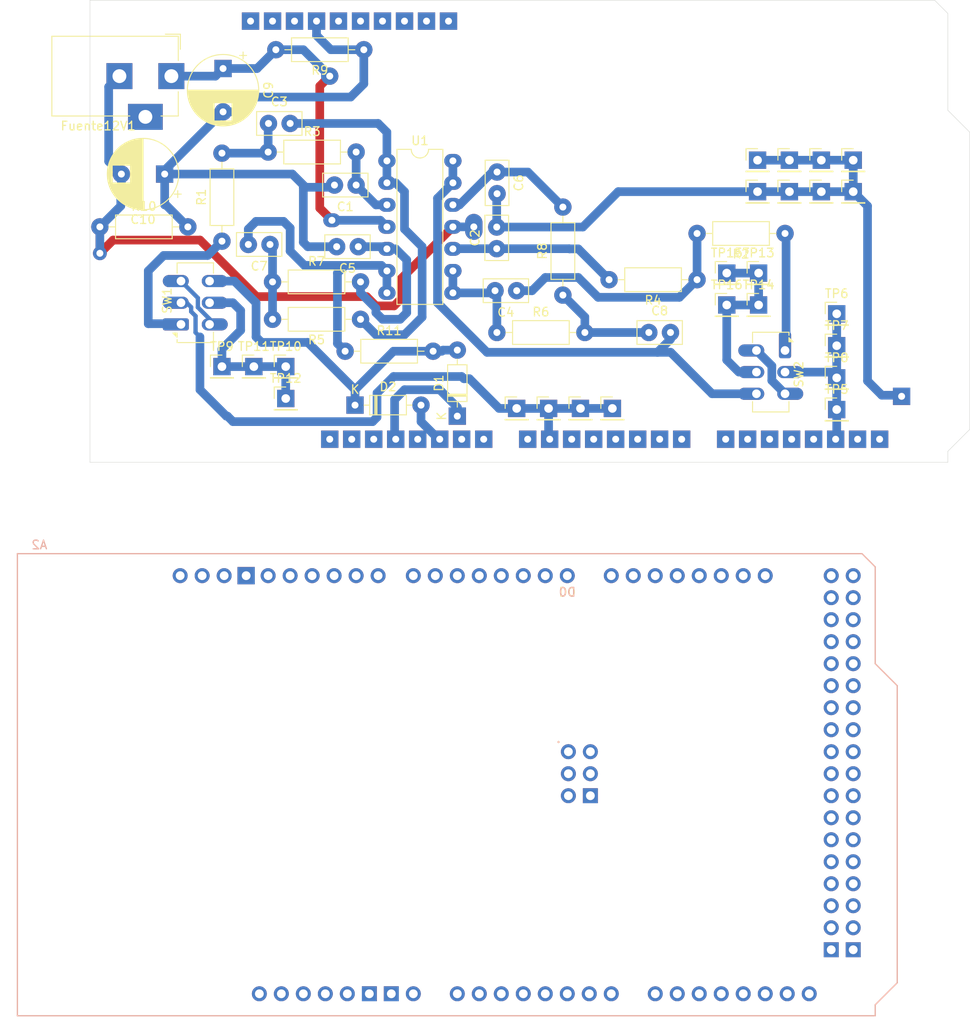
<source format=kicad_pcb>
(kicad_pcb (version 20240108) (generator "pcbnew") (generator_version "8.0")
  (layers (0 "F.Cu" signal) (31 "B.Cu" signal) (34 "B.Paste" user) (35 "F.Paste" user) (36 "B.SilkS" user "B.Silkscreen") (37 "F.SilkS" user "F.Silkscreen") (38 "B.Mask" user) (39 "F.Mask" user) (44 "Edge.Cuts" user))
  (net 0 "")
  (net 1 "/A1")
  (net 2 "GND")
  (net 3 "/A1Filt")
  (net 4 "/DAC1")
  (net 6 "Net-(U1A-+)")
  (net 7 "Net-(U1C-+)")
  (net 8 "Net-(C3-Pad1)")
  (net 9 "Net-(U1A--)")
  (net 10 "Net-(U1C--)")
  (net 11 "Net-(C4-Pad1)")
  (net 12 "Net-(U1B-+)")
  (net 13 "Net-(U1D-+)")
  (net 14 "Net-(C7-Pad1)")
  (net 16 "Net-(SW2B-A)")
  (net 17 "Net-(C8-Pad1)")
  (net 19 "Net-(SW1A-A)")
  (net 20 "Net-(SW2A-A)")
  (net 21 "Net-(SW1A-C)")
  (net 22 "Net-(SW2A-C)")
  (net 25 "3V3")
  (net 103 "Net-(U1B--)")
  (net 104 "Net-(U1E-V+)")
  (net 105 "Net-(U1E-V-)")
  (net 106 "Net-(D1-A)")
  (net 107 "/DAC1Filt")
  (footprint "" (layer "F.Cu") (at 125.476 67.691)
    (property "Reference" "")
    (property "Value" "")
  )
  (footprint "PCM_arduino-library:Arduino_Due_Shield" (layer "F.Cu") (at 89.408 176.149)
    (property "Reference" "A2")
    (property "Value" "Arduino_Due_Shield")
  )
  (footprint "Connector_PinHeader_2.54mm:PinHeader_1x01_P2.54mm_Vertical" (layer "F.Cu") (at 185.928 77.392)
    (property "Reference" "TP23" (hide yes))
    (property "Value" "TestPoint" (hide yes))
  )
  (footprint "" (layer "F.Cu") (at 135.636 109.601)
    (property "Reference" "")
    (property "Value" "")
  )
  (footprint "Connector_PinHeader_2.54mm:PinHeader_1x01_P2.54mm_Vertical" (layer "F.Cu") (at 116.713 101.219)
    (property "Reference" "TP11")
    (property "Value" "TestPoint")
  )
  (footprint "" (layer "F.Cu") (at 191.516 104.648)
    (property "Reference" "")
    (property "Value" "")
  )
  (footprint "Button_Switch_THT:SW_CK_JS202011CQN_DPDT_Straight" (layer "F.Cu") (at 108.2995 96.3465 90)
    (property "Reference" "SW1")
    (property "Value" "SW_DPDT_x2")
  )
  (footprint "" (layer "F.Cu") (at 176.276 109.601)
    (property "Reference" "")
    (property "Value" "")
  )
  (footprint "" (layer "F.Cu") (at 130.556 109.601)
    (property "Reference" "")
    (property "Value" "")
  )
  (footprint "" (layer "F.Cu") (at 163.576 109.601)
    (property "Reference" "")
    (property "Value" "")
  )
  (footprint "" (layer "F.Cu") (at 153.416 109.601)
    (property "Reference" "")
    (property "Value" "")
  )
  (footprint "" (layer "F.Cu") (at 138.176 109.601)
    (property "Reference" "")
    (property "Value" "")
  )
  (footprint "Connector_PinHeader_2.54mm:PinHeader_1x01_P2.54mm_Vertical" (layer "F.Cu") (at 184.023 102.518)
    (property "Reference" "TP8")
    (property "Value" "TestPoint")
  )
  (footprint "Connector_PinHeader_2.54mm:PinHeader_1x01_P2.54mm_Vertical" (layer "F.Cu") (at 175.006 94.107)
    (property "Reference" "TP14")
    (property "Value" "TestPoint")
  )
  (footprint "" (layer "F.Cu") (at 171.196 109.601)
    (property "Reference" "")
    (property "Value" "")
  )
  (footprint "Connector_PinHeader_2.54mm:PinHeader_1x01_P2.54mm_Vertical" (layer "F.Cu") (at 185.928 81.026)
    (property "Reference" "TP24" (hide yes))
    (property "Value" "TestPoint" (hide yes))
  )
  (footprint "Capacitor_THT:C_Disc_D5.0mm_W2.5mm_P2.50mm" (layer "F.Cu") (at 162.326 97.282)
    (property "Reference" "C8")
    (property "Value" "1n")
  )
  (footprint "Resistor_THT:R_Axial_DIN0207_L6.3mm_D2.5mm_P10.16mm_Horizontal" (layer "F.Cu") (at 144.78 97.282)
    (property "Reference" "R6")
    (property "Value" "16k")
  )
  (footprint "Connector_PinHeader_2.54mm:PinHeader_1x01_P2.54mm_Vertical" (layer "F.Cu") (at 184.023 106.172)
    (property "Reference" "TP5")
    (property "Value" "TestPoint" (hide yes))
  )
  (footprint "" (layer "F.Cu") (at 125.476 109.601)
    (property "Reference" "")
    (property "Value" "")
  )
  (footprint "" (layer "F.Cu") (at 140.716 109.601)
    (property "Reference" "")
    (property "Value" "")
  )
  (footprint "Capacitor_THT:CP_Radial_D8.0mm_P5.00mm" (layer "F.Cu") (at 113.157 66.812349 -90)
    (property "Reference" "C9")
    (property "Value" "C_Polarized")
  )
  (footprint "Connector_PinHeader_2.54mm:PinHeader_1x01_P2.54mm_Vertical" (layer "F.Cu") (at 174.879 77.392)
    (property "Reference" "TP17" (hide yes))
    (property "Value" "TestPoint" (hide yes))
  )
  (footprint "Connector_PinHeader_2.54mm:PinHeader_1x01_P2.54mm_Vertical" (layer "F.Cu") (at 174.879 81.026)
    (property "Reference" "TP18" (hide yes))
    (property "Value" "TestPoint" (hide yes))
  )
  (footprint "Connector_PinHeader_2.54mm:PinHeader_1x01_P2.54mm_Vertical" (layer "F.Cu") (at 184.023 95.123)
    (property "Reference" "TP6")
    (property "Value" "TestPoint" (hide yes))
  )
  (footprint "Connector_PinHeader_2.54mm:PinHeader_1x01_P2.54mm_Vertical" (layer "F.Cu") (at 184.023 98.806)
    (property "Reference" "TP7")
    (property "Value" "TestPoint")
  )
  (footprint "" (layer "F.Cu") (at 139.192 61.341)
    (property "Reference" "")
    (property "Value" "")
  )
  (footprint "Connector_PinHeader_2.54mm:PinHeader_1x01_P2.54mm_Vertical" (layer "F.Cu") (at 171.323 94.107)
    (property "Reference" "TP16")
    (property "Value" "TestPoint")
  )
  (footprint "Connector_PinHeader_2.54mm:PinHeader_1x01_P2.54mm_Vertical" (layer "F.Cu") (at 178.562 77.392)
    (property "Reference" "TP19" (hide yes))
    (property "Value" "TestPoint" (hide yes))
  )
  (footprint "" (layer "F.Cu") (at 143.256 109.601)
    (property "Reference" "")
    (property "Value" "")
  )
  (footprint "" (layer "F.Cu") (at 126.492 61.341)
    (property "Reference" "")
    (property "Value" "")
  )
  (footprint "" (layer "F.Cu") (at 155.956 109.601)
    (property "Reference" "")
    (property "Value" "")
  )
  (footprint "Connector_PinHeader_2.54mm:PinHeader_1x01_P2.54mm_Vertical" (layer "F.Cu") (at 178.562 81.026)
    (property "Reference" "TP20" (hide yes))
    (property "Value" "TestPoint" (hide yes))
  )
  (footprint "" (layer "F.Cu") (at 148.336 109.601)
    (property "Reference" "")
    (property "Value" "")
  )
  (footprint "Capacitor_THT:CP_Radial_D8.0mm_P5.00mm" (layer "F.Cu") (at 106.415651 78.994 180)
    (property "Reference" "C10")
    (property "Value" "C_Polarized")
  )
  (footprint "Resistor_THT:R_Axial_DIN0207_L6.3mm_D2.5mm_P10.16mm_Horizontal" (layer "F.Cu") (at 178.054 85.852 180)
    (property "Reference" "R2")
    (property "Value" "47k")
  )
  (footprint "" (layer "F.Cu") (at 181.356 109.601)
    (property "Reference" "")
    (property "Value" "")
  )
  (footprint "Resistor_THT:R_Axial_DIN0207_L6.3mm_D2.5mm_P10.16mm_Horizontal" (layer "F.Cu") (at 98.933 85.09)
    (property "Reference" "R10")
    (property "Value" "10K")
  )
  (footprint "Capacitor_THT:C_Disc_D5.0mm_W2.5mm_P2.50mm" (layer "F.Cu") (at 128.524 80.264 180)
    (property "Reference" "C1")
    (property "Value" "100p")
  )
  (footprint "Connector_PinHeader_2.54mm:PinHeader_1x01_P2.54mm_Vertical" (layer "F.Cu") (at 158.115 106.045)
    (property "Reference" "TP4" (hide yes))
    (property "Value" "TestPoint" (hide yes))
  )
  (footprint "Capacitor_THT:C_Disc_D5.0mm_W2.5mm_P2.50mm" (layer "F.Cu") (at 118.404 73.152)
    (property "Reference" "C3")
    (property "Value" "1n")
  )
  (footprint "" (layer "F.Cu") (at 134.112 61.341)
    (property "Reference" "")
    (property "Value" "")
  )
  (footprint "" (layer "F.Cu") (at 136.652 61.341)
    (property "Reference" "")
    (property "Value" "")
  )
  (footprint "" (layer "F.Cu") (at 123.952 61.341)
    (property "Reference" "")
    (property "Value" "")
  )
  (footprint "" (layer "F.Cu") (at 183.896 109.601)
    (property "Reference" "")
    (property "Value" "")
  )
  (footprint "Button_Switch_THT:SW_CK_JS202011CQN_DPDT_Straight" (layer "F.Cu") (at 178.053 99.354 -90)
    (property "Reference" "SW2")
    (property "Value" "SW_DPDT_x2")
  )
  (footprint "" (layer "F.Cu") (at 118.872 61.341)
    (property "Reference" "")
    (property "Value" "")
  )
  (footprint "Resistor_THT:R_Axial_DIN0207_L6.3mm_D2.5mm_P10.16mm_Horizontal" (layer "F.Cu") (at 127.254 99.441)
    (property "Reference" "R11")
    (property "Value" "470")
  )
  (footprint "" (layer "F.Cu") (at 178.816 109.601)
    (property "Reference" "")
    (property "Value" "")
  )
  (footprint "" (layer "F.Cu") (at 116.332 61.341)
    (property "Reference" "")
    (property "Value" "")
  )
  (footprint "Connector_PinHeader_2.54mm:PinHeader_1x01_P2.54mm_Vertical" (layer "F.Cu") (at 147.066 106.045)
    (property "Reference" "TP1" (hide yes))
    (property "Value" "TestPoint" (hide yes))
  )
  (footprint "Diode_THT:D_DO-35_SOD27_P7.62mm_Horizontal" (layer "F.Cu") (at 128.397 105.664)
    (property "Reference" "D2")
    (property "Value" "BAT85")
  )
  (footprint "" (layer "F.Cu") (at 150.876 109.601)
    (property "Reference" "")
    (property "Value" "")
  )
  (footprint "Capacitor_THT:C_Disc_D5.0mm_W2.5mm_P2.50mm" (layer "F.Cu") (at 128.778 87.376 180)
    (property "Reference" "C5")
    (property "Value" "680p")
  )
  (footprint "Connector_PinHeader_2.54mm:PinHeader_1x01_P2.54mm_Vertical" (layer "F.Cu") (at 182.245 77.392)
    (property "Reference" "TP21" (hide yes))
    (property "Value" "TestPoint" (hide yes))
  )
  (footprint "Resistor_THT:R_Axial_DIN0207_L6.3mm_D2.5mm_P10.16mm_Horizontal" (layer "F.Cu") (at 118.872 91.44)
    (property "Reference" "R7")
    (property "Value" "6.2k")
  )
  (footprint "" (layer "F.Cu") (at 186.436 109.601)
    (property "Reference" "")
    (property "Value" "")
  )
  (footprint "Connector_PinHeader_2.54mm:PinHeader_1x01_P2.54mm_Vertical" (layer "F.Cu") (at 154.432 106.045)
    (property "Reference" "TP2" (hide yes))
    (property "Value" "TestPoint" (hide yes))
  )
  (footprint "" (layer "F.Cu") (at 98.933 88.138)
    (property "Reference" "")
    (property "Value" "")
  )
  (footprint "Connector_BarrelJack:BarrelJack_CUI_PJ-102AH_Horizontal" (layer "F.Cu") (at 107.188 67.691 -90)
    (property "Reference" "Fuente12V1")
    (property "Value" "Barrel_Jack_MountingPin")
  )
  (footprint "Resistor_THT:R_Axial_DIN0207_L6.3mm_D2.5mm_P10.16mm_Horizontal" (layer "F.Cu") (at 129.032 95.758 180)
    (property "Reference" "R5")
    (property "Value" "16k")
  )
  (footprint "Connector_PinHeader_2.54mm:PinHeader_1x01_P2.54mm_Vertical" (layer "F.Cu") (at 120.396 104.902)
    (property "Reference" "TP12")
    (property "Value" "TestPoint")
  )
  (footprint "Resistor_THT:R_Axial_DIN0207_L6.3mm_D2.5mm_P10.16mm_Horizontal" (layer "F.Cu") (at 118.364 76.454)
    (property "Reference" "R3")
    (property "Value" "13k")
  )
  (footprint "Connector_PinHeader_2.54mm:PinHeader_1x01_P2.54mm_Vertical" (layer "F.Cu") (at 120.396 101.219)
    (property "Reference" "TP10")
    (property "Value" "TestPoint")
  )
  (footprint "" (layer "F.Cu") (at 158.496 109.601)
    (property "Reference" "")
    (property "Value" "")
  )
  (footprint "" (layer "F.Cu") (at 133.096 109.601)
    (property "Reference" "")
    (property "Value" "")
  )
  (footprint "" (layer "F.Cu") (at 161.036 109.601)
    (property "Reference" "")
    (property "Value" "")
  )
  (footprint "Resistor_THT:R_Axial_DIN0207_L6.3mm_D2.5mm_P10.16mm_Horizontal" (layer "F.Cu") (at 167.894 91.186 180)
    (property "Reference" "R4")
    (property "Value" "13k")
  )
  (footprint "Capacitor_THT:C_Disc_D5.0mm_W2.5mm_P2.50mm" (layer "F.Cu") (at 144.8 78.76 -90)
    (property "Reference" "C6")
    (property "Value" "680p")
  )
  (footprint "" (layer "F.Cu") (at 131.572 61.341)
    (property "Reference" "")
    (property "Value" "")
  )
  (footprint "" (layer "F.Cu") (at 142.113 85.09)
    (property "Reference" "")
    (property "Value" "")
  )
  (footprint "Connector_PinHeader_2.54mm:PinHeader_1x01_P2.54mm_Vertical" (layer "F.Cu") (at 150.749 106.045)
    (property "Reference" "TP3" (hide yes))
    (property "Value" "TestPoint" (hide yes))
  )
  (footprint "" (layer "F.Cu") (at 173.736 109.601)
    (property "Reference" "")
    (property "Value" "")
  )
  (footprint "Resistor_THT:R_Axial_DIN0207_L6.3mm_D2.5mm_P10.16mm_Horizontal" (layer "F.Cu") (at 113.03 86.741 90)
    (property "Reference" "R1")
    (property "Value" "47k")
  )
  (footprint "Diode_THT:D_DO-35_SOD27_P7.62mm_Horizontal" (layer "F.Cu") (at 140.208 106.934 90)
    (property "Reference" "D1")
    (property "Value" "BAT85")
  )
  (footprint "Connector_PinHeader_2.54mm:PinHeader_1x01_P2.54mm_Vertical" (layer "F.Cu") (at 182.245 81.026)
    (property "Reference" "TP22" (hide yes))
    (property "Value" "TestPoint" (hide yes))
  )
  (footprint "Resistor_THT:R_Axial_DIN0207_L6.3mm_D2.5mm_P10.16mm_Horizontal" (layer "F.Cu") (at 152.4 92.964 90)
    (property "Reference" "R8")
    (property "Value" "6.2k")
  )
  (footprint "" (layer "F.Cu") (at 166.116 109.601)
    (property "Reference" "")
    (property "Value" "")
  )
  (footprint "Capacitor_THT:C_Disc_D5.0mm_W2.5mm_P2.50mm" (layer "F.Cu") (at 147.066 92.456 180)
    (property "Reference" "C4")
    (property "Value" "1n")
  )
  (footprint "Capacitor_THT:C_Disc_D5.0mm_W2.5mm_P2.50mm" (layer "F.Cu") (at 144.76 87.61 90)
    (property "Reference" "C2")
    (property "Value" "100p")
  )
  (footprint "Resistor_THT:R_Axial_DIN0207_L6.3mm_D2.5mm_P10.16mm_Horizontal" (layer "F.Cu") (at 129.413 64.643 180)
    (property "Reference" "R9")
    (property "Value" "10k")
  )
  (footprint "" (layer "F.Cu") (at 128.016 109.601)
    (property "Reference" "")
    (property "Value" "")
  )
  (footprint "" (layer "F.Cu") (at 188.976 109.601)
    (property "Reference" "")
    (property "Value" "")
  )
  (footprint "Package_DIP:DIP-14_W7.62mm" (layer "F.Cu") (at 132.08 77.47)
    (property "Reference" "U1")
    (property "Value" "Opamp_Quad")
  )
  (footprint "" (layer "F.Cu") (at 125.73 84.328)
    (property "Reference" "")
    (property "Value" "")
  )
  (footprint "Connector_PinHeader_2.54mm:PinHeader_1x01_P2.54mm_Vertical" (layer "F.Cu") (at 175.006 90.424)
    (property "Reference" "TP13")
    (property "Value" "TestPoint")
  )
  (footprint "Connector_PinHeader_2.54mm:PinHeader_1x01_P2.54mm_Vertical" (layer "F.Cu") (at 171.323 90.424)
    (property "Reference" "TP15")
    (property "Value" "TestPoint")
  )
  (footprint "" (layer "F.Cu") (at 121.412 61.341)
    (property "Reference" "")
    (property "Value" "")
  )
  (footprint "Capacitor_THT:C_Disc_D5.0mm_W2.5mm_P2.50mm" (layer "F.Cu") (at 118.578 87.122 180)
    (property "Reference" "C7")
    (property "Value" "1n")
  )
  (footprint "Connector_PinHeader_2.54mm:PinHeader_1x01_P2.54mm_Vertical" (layer "F.Cu") (at 113.03 101.219)
    (property "Reference" "TP9")
    (property "Value" "TestPoint")
  )
  (footprint "" (layer "F.Cu") (at 129.032 61.341)
    (property "Reference" "")
    (property "Value" "")
  )
  (gr_line (start 196.85 110.998) (end 196.85 112.268) (stroke (width 0.05)) (layer "Edge.Cuts"))
  (gr_line (start 196.85 112.268) (end 97.79 112.268) (stroke (width 0.05)) (layer "Edge.Cuts"))
  (gr_line (start 196.85 71.628) (end 199.39 74.168) (stroke (width 0.05)) (layer "Edge.Cuts"))
  (gr_line (start 199.39 108.458) (end 196.85 110.998) (stroke (width 0.05)) (layer "Edge.Cuts"))
  (gr_line (start 199.39 74.168) (end 199.39 108.458) (stroke (width 0.05)) (layer "Edge.Cuts"))
  (gr_line (start 97.79 58.928) (end 195.326 58.928) (stroke (width 0.05)) (layer "Edge.Cuts"))
  (gr_line (start 97.79 112.268) (end 97.79 58.928) (stroke (width 0.05)) (layer "Edge.Cuts"))
  (gr_line (start 195.326 58.928) (end 196.85 60.452) (stroke (width 0.05)) (layer "Edge.Cuts"))
  (gr_line (start 196.85 60.452) (end 196.85 71.628) (stroke (width 0.05)) (layer "Edge.Cuts"))
  (segment (start 108.9595 93.8465) (end 109.474 94.361) (width 0.5) (layer "B.Cu") (net 1))
  (segment (start 132.842 102.362) (end 140.716 102.362) (width 1) (layer "B.Cu") (net 1))
  (segment (start 110.49 103.886) (end 113.538 106.934) (width 1) (layer "B.Cu") (net 1))
  (segment (start 108.2995 93.8465) (end 108.9595 93.8465) (width 0.5) (layer "B.Cu") (net 1))
  (segment (start 109.982 95.377) (end 109.982 97.282) (width 0.5) (layer "B.Cu") (net 1))
  (segment (start 150.749 106.045) (end 147.066 106.045) (width 1) (layer "B.Cu") (net 1))
  (segment (start 150.749 109.601) (end 150.749 106.68) (width 1) (layer "B.Cu") (net 1))
  (segment (start 145.034 106.045) (end 147.066 106.045) (width 1) (layer "B.Cu") (net 1))
  (segment (start 140.97 102.616) (end 141.605 102.616) (width 1) (layer "B.Cu") (net 1))
  (segment (start 140.716 102.362) (end 140.97 102.616) (width 1) (layer "B.Cu") (net 1))
  (segment (start 113.538 106.934) (end 113.665 106.934) (width 1) (layer "B.Cu") (net 1))
  (segment (start 113.665 106.934) (end 114.3 107.569) (width 1) (layer "B.Cu") (net 1))
  (segment (start 109.474 94.869) (end 109.982 95.377) (width 0.5) (layer "B.Cu") (net 1))
  (segment (start 130.937 107.061) (end 130.937 104.267) (width 1) (layer "B.Cu") (net 1))
  (segment (start 154.432 106.045) (end 150.749 106.045) (width 1) (layer "B.Cu") (net 1))
  (segment (start 154.432 106.045) (end 158.115 106.045) (width 1) (layer "B.Cu") (net 1))
  (segment (start 130.429 107.569) (end 130.937 107.061) (width 1) (layer "B.Cu") (net 1))
  (segment (start 109.982 97.282) (end 110.49 97.79) (width 0.5) (layer "B.Cu") (net 1))
  (segment (start 109.474 94.361) (end 109.474 94.869) (width 0.5) (layer "B.Cu") (net 1))
  (segment (start 114.3 107.569) (end 130.429 107.569) (width 1) (layer "B.Cu") (net 1))
  (segment (start 130.937 104.267) (end 132.842 102.362) (width 1) (layer "B.Cu") (net 1))
  (segment (start 110.49 97.79) (end 110.49 103.886) (width 1) (layer "B.Cu") (net 1))
  (segment (start 141.605 102.616) (end 145.034 106.045) (width 1) (layer "B.Cu") (net 1))
  (segment (start 189.23 104.521) (end 191.389 104.521) (width 1) (layer "B.Cu") (net 2))
  (segment (start 185.928 81.026) (end 187.579 82.677) (width 1) (layer "B.Cu") (net 2))
  (segment (start 178.562 81.026) (end 174.879 81.026) (width 1) (layer "B.Cu") (net 2))
  (segment (start 185.928 81.026) (end 185.674 81.28) (width 1) (layer "B.Cu") (net 2))
  (segment (start 182.245 77.392) (end 178.562 77.392) (width 1) (layer "B.Cu") (net 2))
  (segment (start 187.579 82.677) (end 187.579 102.87) (width 1) (layer "B.Cu") (net 2))
  (segment (start 123.952 62.992) (end 123.952 61.341) (width 1) (layer "B.Cu") (net 2))
  (segment (start 122.682 80.518) (end 121.158 78.994) (width 1) (layer "B.Cu") (net 2))
  (segment (start 182.245 81.026) (end 178.562 81.026) (width 1) (layer "B.Cu") (net 2))
  (segment (start 136.017 105.664) (end 136.017 107.569) (width 1) (layer "B.Cu") (net 2))
  (segment (start 136.017 107.569) (end 138.049 109.601) (width 1) (layer "B.Cu") (net 2))
  (segment (start 109.093 85.09) (end 106.553 82.55) (width 1) (layer "B.Cu") (net 2))
  (segment (start 113.157 71.812349) (end 114.623651 71.812349) (width 1) (layer "B.Cu") (net 2))
  (segment (start 125.73 80.264) (end 126.024 80.264) (width 1) (layer "B.Cu") (net 2))
  (segment (start 144.76 81.3) (end 144.8 81.26) (width 1) (layer "B.Cu") (net 2))
  (segment (start 126.278 87.376) (end 122.936 87.376) (width 1) (layer "B.Cu") (net 2))
  (segment (start 185.928 77.392) (end 182.245 77.392) (width 1) (layer "B.Cu") (net 2))
  (segment (start 175.133 81.28) (end 174.879 81.026) (width 1) (layer "B.Cu") (net 2))
  (segment (start 106.415651 82.539651) (end 106.415651 78.994) (width 1) (layer "B.Cu") (net 2))
  (segment (start 122.428 86.868) (end 122.428 80.518) (width 1) (layer "B.Cu") (net 2))
  (segment (start 122.682 80.518) (end 122.428 80.518) (width 1) (layer "B.Cu") (net 2))
  (segment (start 158.79 81.026) (end 154.706 85.11) (width 1) (layer "B.Cu") (net 2))
  (segment (start 129.413 68.58) (end 129.413 64.643) (width 1) (layer "B.Cu") (net 2))
  (segment (start 174.879 81.026) (end 158.79 81.026) (width 1) (layer "B.Cu") (net 2))
  (segment (start 121.158 78.994) (end 106.415651 78.994) (width 1) (layer "B.Cu") (net 2))
  (segment (start 125.77 80.518) (end 122.682 80.518) (width 1) (layer "B.Cu") (net 2))
  (segment (start 127.889 70.104) (end 129.413 68.58) (width 1) (layer "B.Cu") (net 2))
  (segment (start 122.936 87.376) (end 122.428 86.868) (width 1) (layer "B.Cu") (net 2))
  (segment (start 154.706 85.11) (end 144.76 85.11) (width 1) (layer "B.Cu") (net 2))
  (segment (start 185.928 81.026) (end 185.928 77.392) (width 1) (layer "B.Cu") (net 2))
  (segment (start 125.603 64.643) (end 123.952 62.992) (width 1) (layer "B.Cu") (net 2))
  (segment (start 106.415651 78.553698) (end 113.157 71.812349) (width 1) (layer "B.Cu") (net 2))
  (segment (start 144.76 85.11) (end 144.76 81.3) (width 1) (layer "B.Cu") (net 2))
  (segment (start 187.579 102.87) (end 189.23 104.521) (width 1) (layer "B.Cu") (net 2))
  (segment (start 116.332 70.104) (end 127.889 70.104) (width 1) (layer "B.Cu") (net 2))
  (segment (start 126.024 80.264) (end 125.77 80.518) (width 1) (layer "B.Cu") (net 2))
  (segment (start 106.415651 78.994) (end 106.415651 78.553698) (width 1) (layer "B.Cu") (net 2))
  (segment (start 144.74 85.09) (end 144.76 85.11) (width 1) (layer "B.Cu") (net 2))
  (segment (start 129.413 64.643) (end 125.603 64.643) (width 1) (layer "B.Cu") (net 2))
  (segment (start 106.553 82.55) (end 106.426 82.55) (width 1) (layer "B.Cu") (net 2))
  (segment (start 114.623651 71.812349) (end 116.332 70.104) (width 1) (layer "B.Cu") (net 2))
  (segment (start 178.562 77.392) (end 174.879 77.392) (width 1) (layer "B.Cu") (net 2))
  (segment (start 106.426 82.55) (end 106.415651 82.539651) (width 1) (layer "B.Cu") (net 2))
  (segment (start 185.928 81.026) (end 182.245 81.026) (width 1) (layer "B.Cu") (net 2))
  (segment (start 116.713 101.219) (end 113.03 101.219) (width 1) (layer "B.Cu") (net 3))
  (segment (start 120.396 101.219) (end 120.396 104.648) (width 1) (layer "B.Cu") (net 3))
  (segment (start 116.713 101.219) (end 120.396 101.219) (width 1) (layer "B.Cu") (net 3))
  (segment (start 111.5995 93.8465) (end 111.606 93.853) (width 0.2) (layer "B.Cu") (net 3))
  (segment (start 114.2935 93.8465) (end 111.5995 93.8465) (width 1) (layer "B.Cu") (net 3))
  (segment (start 113.03 99.187) (end 115.189 97.028) (width 1) (layer "B.Cu") (net 3))
  (segment (start 115.189 94.742) (end 114.2935 93.8465) (width 1) (layer "B.Cu") (net 3))
  (segment (start 120.396 104.648) (end 120.65 104.902) (width 1) (layer "B.Cu") (net 3))
  (segment (start 113.03 101.219) (end 113.03 99.187) (width 1) (layer "B.Cu") (net 3))
  (segment (start 115.189 97.028) (end 115.189 94.742) (width 1) (layer "B.Cu") (net 3))
  (segment (start 184.023 102.518) (end 184.023 98.806) (width 1) (layer "B.Cu") (net 4))
  (segment (start 184.023 98.806) (end 184.023 95.123) (width 1) (layer "B.Cu") (net 4))
  (segment (start 184.023 106.172) (end 184.023 109.347) (width 1) (layer "B.Cu") (net 4))
  (segment (start 178.053 101.854) (end 183.359 101.854) (width 1) (layer "B.Cu") (net 4))
  (segment (start 184.023 95.123) (end 184.15 95.25) (width 1) (layer "B.Cu") (net 4))
  (segment (start 184.023 102.518) (end 184.023 106.172) (width 1) (layer "B.Cu") (net 4))
  (segment (start 184.023 109.347) (end 183.769 109.601) (width 0.2) (layer "B.Cu") (net 4))
  (segment (start 183.359 101.854) (end 184.023 102.518) (width 0.2) (layer "B.Cu") (net 4))
  (segment (start 130.81 82.55) (end 128.524 80.264) (width 1) (layer "B.Cu") (net 6))
  (segment (start 132.08 82.55) (end 130.81 82.55) (width 1) (layer "B.Cu") (net 6))
  (segment (start 128.524 80.264) (end 128.524 76.454) (width 1) (layer "B.Cu") (net 6))
  (segment (start 157.734 91.186) (end 154.178 87.63) (width 1) (layer "B.Cu") (net 7))
  (segment (start 144.76 87.61) (end 139.72 87.61) (width 1) (layer "B.Cu") (net 7))
  (segment (start 139.72 87.61) (end 139.7 87.63) (width 1) (layer "B.Cu") (net 7))
  (segment (start 154.178 87.63) (end 153.162 87.63) (width 1) (layer "B.Cu") (net 7))
  (segment (start 153.142 87.61) (end 144.76 87.61) (width 1) (layer "B.Cu") (net 7))
  (segment (start 153.162 87.63) (end 153.142 87.61) (width 1) (layer "B.Cu") (net 7))
  (segment (start 118.364 76.454) (end 118.364 73.192) (width 1) (layer "B.Cu") (net 8))
  (segment (start 118.364 73.192) (end 118.404 73.152) (width 0.2) (layer "B.Cu") (net 8))
  (segment (start 113.03 76.581) (end 118.237 76.581) (width 1) (layer "B.Cu") (net 8))
  (segment (start 118.237 76.581) (end 118.364 76.454) (width 0.2) (layer "B.Cu") (net 8))
  (segment (start 134.112 85.344) (end 134.112 81.026) (width 1) (layer "B.Cu") (net 9))
  (segment (start 132.08 77.47) (end 132.08 80.01) (width 1) (layer "B.Cu") (net 9))
  (segment (start 133.096 80.01) (end 132.08 80.01) (width 1) (layer "B.Cu") (net 9))
  (segment (start 132.08 77.47) (end 132.08 74.168) (width 1) (layer "B.Cu") (net 9))
  (segment (start 131.064 73.152) (end 120.904 73.152) (width 1) (layer "B.Cu") (net 9))
  (segment (start 134.112 97.536) (end 136.144 95.504) (width 1) (layer "B.Cu") (net 9))
  (segment (start 136.144 95.504) (end 136.144 87.376) (width 1) (layer "B.Cu") (net 9))
  (segment (start 134.112 81.026) (end 133.096 80.01) (width 1) (layer "B.Cu") (net 9))
  (segment (start 129.032 95.758) (end 130.81 97.536) (width 1) (layer "B.Cu") (net 9))
  (segment (start 130.81 97.536) (end 134.112 97.536) (width 1) (layer "B.Cu") (net 9))
  (segment (start 132.08 74.168) (end 131.064 73.152) (width 1) (layer "B.Cu") (net 9))
  (segment (start 136.144 87.376) (end 134.112 85.344) (width 1) (layer "B.Cu") (net 9))
  (segment (start 139.7 90.17) (end 139.7 92.71) (width 1) (layer "B.Cu") (net 10))
  (segment (start 139.7 92.71) (end 144.312 92.71) (width 1) (layer "B.Cu") (net 10))
  (segment (start 144.312 92.71) (end 144.566 92.456) (width 1) (layer "B.Cu") (net 10))
  (segment (start 144.78 92.67) (end 144.566 92.456) (width 1) (layer "B.Cu") (net 10))
  (segment (start 144.78 97.282) (end 144.78 92.67) (width 1) (layer "B.Cu") (net 10))
  (segment (start 156.464 93.218) (end 165.862 93.218) (width 1) (layer "B.Cu") (net 11))
  (segment (start 148.844 92.456) (end 150.368 90.932) (width 1) (layer "B.Cu") (net 11))
  (segment (start 154.178 90.932) (end 156.464 93.218) (width 1) (layer "B.Cu") (net 11))
  (segment (start 167.894 85.852) (end 167.894 91.186) (width 1) (layer "B.Cu") (net 11))
  (segment (start 165.862 93.218) (end 167.894 91.186) (width 1) (layer "B.Cu") (net 11))
  (segment (start 150.368 90.932) (end 154.178 90.932) (width 1) (layer "B.Cu") (net 11))
  (segment (start 147.066 92.456) (end 148.844 92.456) (width 1) (layer "B.Cu") (net 11))
  (segment (start 134.366 88.9) (end 134.366 94.996) (width 1) (layer "B.Cu") (net 12))
  (segment (start 133.096 87.63) (end 134.366 88.9) (width 1) (layer "B.Cu") (net 12))
  (segment (start 131.826 87.376) (end 132.08 87.63) (width 1) (layer "B.Cu") (net 12))
  (segment (start 129.032 92.71) (end 129.032 91.44) (width 1) (layer "B.Cu") (net 12))
  (segment (start 128.778 87.376) (end 131.826 87.376) (width 1) (layer "B.Cu") (net 12))
  (segment (start 131.572 95.758) (end 130.81 94.996) (width 1) (layer "B.Cu") (net 12))
  (segment (start 130.81 94.996) (end 130.81 94.488) (width 1) (layer "B.Cu") (net 12))
  (segment (start 130.81 94.488) (end 129.032 92.71) (width 1) (layer "B.Cu") (net 12))
  (segment (start 134.366 94.996) (end 133.604 95.758) (width 1) (layer "B.Cu") (net 12))
  (segment (start 132.08 87.63) (end 133.096 87.63) (width 1) (layer "B.Cu") (net 12))
  (segment (start 133.604 95.758) (end 131.572 95.758) (width 1) (layer "B.Cu") (net 12))
  (segment (start 148.356 78.76) (end 152.4 82.804) (width 1) (layer "B.Cu") (net 13))
  (segment (start 144.252 78.76) (end 144.8 78.76) (width 1) (layer "B.Cu") (net 13))
  (segment (start 139.7 82.55) (end 140.462 82.55) (width 1) (layer "B.Cu") (net 13))
  (segment (start 140.462 82.55) (end 144.252 78.76) (width 1) (layer "B.Cu") (net 13))
  (segment (start 144.8 78.76) (end 148.356 78.76) (width 1) (layer "B.Cu") (net 13))
  (segment (start 118.872 87.416) (end 118.578 87.122) (width 1) (layer "B.Cu") (net 14))
  (segment (start 118.872 91.44) (end 118.872 95.758) (width 1) (layer "B.Cu") (net 14))
  (segment (start 118.872 91.44) (end 118.872 87.416) (width 1) (layer "B.Cu") (net 14))
  (segment (start 139.7 80.01) (end 137.922 81.788) (width 1) (layer "B.Cu") (net 16))
  (segment (start 164.826 98.064) (end 164.826 97.282) (width 1) (layer "B.Cu") (net 16))
  (segment (start 163.322 99.568) (end 164.826 98.064) (width 1) (layer "B.Cu") (net 16))
  (segment (start 139.7 77.47) (end 139.7 80.01) (width 1) (layer "B.Cu") (net 16))
  (segment (start 137.922 81.788) (end 137.922 93.853) (width 1) (layer "B.Cu") (net 16))
  (segment (start 169.632 104.354) (end 174.753 104.354) (width 1) (layer "B.Cu") (net 16))
  (segment (start 163.322 99.568) (end 164.846 99.568) (width 1) (layer "B.Cu") (net 16))
  (segment (start 143.637 99.568) (end 163.322 99.568) (width 1) (layer "B.Cu") (net 16))
  (segment (start 137.922 93.853) (end 143.637 99.568) (width 1) (layer "B.Cu") (net 16))
  (segment (start 164.846 99.568) (end 169.632 104.354) (width 1) (layer "B.Cu") (net 16))
  (segment (start 154.94 97.282) (end 162.326 97.282) (width 1) (layer "B.Cu") (net 17))
  (segment (start 154.94 95.504) (end 152.4 92.964) (width 1) (layer "B.Cu") (net 17))
  (segment (start 154.94 97.282) (end 154.94 95.504) (width 1) (layer "B.Cu") (net 17))
  (segment (start 107.904786 96.266) (end 104.521 96.266) (width 1) (layer "B.Cu") (net 19))
  (segment (start 107.985286 96.3465) (end 107.904786 96.266) (width 0.2) (layer "B.Cu") (net 19))
  (segment (start 106.299 88.392) (end 111.379 88.392) (width 1) (layer "B.Cu") (net 19))
  (segment (start 111.379 88.392) (end 113.03 86.741) (width 1) (layer "B.Cu") (net 19))
  (segment (start 108.2995 96.3465) (end 107.985286 96.3465) (width 0.2) (layer "B.Cu") (net 19))
  (segment (start 104.521 96.266) (end 104.521 90.17) (width 1) (layer "B.Cu") (net 19))
  (segment (start 104.521 90.17) (end 106.299 88.392) (width 1) (layer "B.Cu") (net 19))
  (segment (start 178.1725 99.2345) (end 178.053 99.354) (width 1) (layer "B.Cu") (net 20))
  (segment (start 178.054 85.852) (end 178.1725 85.9705) (width 1) (layer "B.Cu") (net 20))
  (segment (start 178.1725 85.9705) (end 178.1725 99.2345) (width 1) (layer "B.Cu") (net 20))
  (segment (start 111.5995 96.3465) (end 111.5995 95.7245) (width 0.5) (layer "B.Cu") (net 21))
  (segment (start 110.2495 93.2965) (end 108.2995 91.3465) (width 0.5) (layer "B.Cu") (net 21))
  (segment (start 111.5995 95.7245) (end 110.2495 94.3745) (width 0.5) (layer "B.Cu") (net 21))
  (segment (start 110.2495 94.3745) (end 110.2495 93.2965) (width 0.5) (layer "B.Cu") (net 21))
  (segment (start 176.53 102.831) (end 178.053 104.354) (width 1) (layer "B.Cu") (net 22))
  (segment (start 174.753 99.354) (end 176.53 101.131) (width 1) (layer "B.Cu") (net 22))
  (segment (start 176.53 101.131) (end 176.53 102.831) (width 1) (layer "B.Cu") (net 22))
  (segment (start 132.969 105.029) (end 134.112 103.886) (width 1) (layer "B.Cu") (net 25))
  (segment (start 132.969 109.601) (end 132.969 105.029) (width 1) (layer "B.Cu") (net 25))
  (segment (start 140.208 105.918) (end 140.208 106.934) (width 1) (layer "B.Cu") (net 25))
  (segment (start 134.112 103.886) (end 138.176 103.886) (width 1) (layer "B.Cu") (net 25))
  (segment (start 138.176 103.886) (end 140.208 105.918) (width 1) (layer "B.Cu") (net 25))
  (segment (start 127.254 89.535) (end 122.555 89.535) (width 1) (layer "B.Cu") (net 103))
  (segment (start 120.904 87.884) (end 120.904 85.217) (width 1) (layer "B.Cu") (net 103))
  (segment (start 126.365 90.424) (end 127.254 89.535) (width 1) (layer "B.Cu") (net 103))
  (segment (start 120.142 84.455) (end 116.967 84.455) (width 1) (layer "B.Cu") (net 103))
  (segment (start 132.08 90.17) (end 132.08 92.71) (width 1) (layer "B.Cu") (net 103))
  (segment (start 120.904 85.217) (end 120.142 84.455) (width 1) (layer "B.Cu") (net 103))
  (segment (start 131.445 89.535) (end 127.254 89.535) (width 1) (layer "B.Cu") (net 103))
  (segment (start 126.365 98.552) (end 126.365 90.424) (width 1) (layer "B.Cu") (net 103))
  (segment (start 116.078 85.344) (end 116.078 87.122) (width 1) (layer "B.Cu") (net 103))
  (segment (start 116.967 84.455) (end 116.078 85.344) (width 1) (layer "B.Cu") (net 103))
  (segment (start 132.08 90.17) (end 131.445 89.535) (width 1) (layer "B.Cu") (net 103))
  (segment (start 127.254 99.441) (end 126.365 98.552) (width 1) (layer "B.Cu") (net 103))
  (segment (start 122.555 89.535) (end 120.904 87.884) (width 1) (layer "B.Cu") (net 103))
  (segment (start 124.324 68.843) (end 125.476 67.691) (width 1) (layer "F.Cu") (net 104))
  (segment (start 125.73 84.328) (end 124.324 82.922) (width 1) (layer "F.Cu") (net 104))
  (segment (start 124.324 82.922) (end 124.324 68.843) (width 1) (layer "F.Cu") (net 104))
  (segment (start 113.157 66.812349) (end 117.083651 66.812349) (width 1) (layer "B.Cu") (net 104))
  (segment (start 131.318 84.328) (end 125.73 84.328) (width 1) (layer "B.Cu") (net 104))
  (segment (start 117.083651 66.812349) (end 119.253 64.643) (width 1) (layer "B.Cu") (net 104))
  (segment (start 122.428 64.643) (end 125.476 67.691) (width 1) (layer "B.Cu") (net 104))
  (segment (start 119.253 64.643) (end 122.428 64.643) (width 1) (layer "B.Cu") (net 104))
  (segment (start 132.08 85.09) (end 131.318 84.328) (width 1) (layer "B.Cu") (net 104))
  (segment (start 107.188 67.691) (end 112.278349 67.691) (width 1) (layer "B.Cu") (net 104))
  (segment (start 112.278349 67.691) (end 113.157 66.812349) (width 1) (layer "B.Cu") (net 104))
  (segment (start 133.78 93.33132) (end 132.90132 94.21) (width 1) (layer "F.Cu") (net 105))
  (segment (start 110.498836 86.614) (end 100.457 86.614) (width 1) (layer "F.Cu") (net 105))
  (segment (start 133.78 91.01) (end 133.78 93.33132) (width 1) (layer "F.Cu") (net 105))
  (segment (start 139.7 85.09) (end 133.78 91.01) (width 1) (layer "F.Cu") (net 105))
  (segment (start 117.024836 93.14) (end 110.498836 86.614) (width 1) (layer "F.Cu") (net 105))
  (segment (start 129.736164 93.14) (end 117.024836 93.14) (width 1) (layer "F.Cu") (net 105))
  (segment (start 132.90132 94.21) (end 130.806164 94.21) (width 1) (layer "F.Cu") (net 105))
  (segment (start 130.806164 94.21) (end 129.736164 93.14) (width 1) (layer "F.Cu") (net 105))
  (segment (start 100.457 86.614) (end 98.933 88.138) (width 1) (layer "F.Cu") (net 105))
  (segment (start 98.933 88.138) (end 98.933 85.09) (width 1) (layer "F.Cu") (net 105))
  (segment (start 99.949 77.527349) (end 99.949 68.93) (width 1) (layer "B.Cu") (net 105))
  (segment (start 101.415651 81.845349) (end 101.415651 78.994) (width 1) (layer "B.Cu") (net 105))
  (segment (start 101.415651 67.918651) (end 101.188 67.691) (width 1) (layer "B.Cu") (net 105))
  (segment (start 99.949 68.93) (end 101.188 67.691) (width 1) (layer "B.Cu") (net 105))
  (segment (start 139.7 85.09) (end 142.113 85.09) (width 1) (layer "B.Cu") (net 105))
  (segment (start 101.415651 78.994) (end 99.949 77.527349) (width 1) (layer "B.Cu") (net 105))
  (segment (start 101.346 82.677) (end 101.346 81.915) (width 1) (layer "B.Cu") (net 105))
  (segment (start 98.933 85.09) (end 101.346 82.677) (width 1) (layer "B.Cu") (net 105))
  (segment (start 98.933 85.09) (end 98.933 88.138) (width 1) (layer "B.Cu") (net 105))
  (segment (start 101.346 81.915) (end 101.415651 81.845349) (width 1) (layer "B.Cu") (net 105))
  (segment (start 138.557 99.314) (end 138.43 99.441) (width 1) (layer "B.Cu") (net 106))
  (segment (start 116.967 93.853) (end 116.967 97.79) (width 1) (layer "B.Cu") (net 106))
  (segment (start 138.43 99.441) (end 132.842 99.441) (width 1) (layer "B.Cu") (net 106))
  (segment (start 111.5995 91.3465) (end 114.4605 91.3465) (width 1) (layer "B.Cu") (net 106))
  (segment (start 112.983 91.44) (end 112.8895 91.3465) (width 1) (layer "B.Cu") (net 106))
  (segment (start 128.397 103.886) (end 128.397 105.664) (width 1) (layer "B.Cu") (net 106))
  (segment (start 116.967 97.79) (end 117.602 98.425) (width 1) (layer "B.Cu") (net 106))
  (segment (start 140.208 99.314) (end 138.557 99.314) (width 1) (layer "B.Cu") (net 106))
  (segment (start 132.842 99.441) (end 128.397 103.886) (width 1) (layer "B.Cu") (net 106))
  (segment (start 112.8895 91.3465) (end 111.5995 91.3465) (width 1) (layer "B.Cu") (net 106))
  (segment (start 114.4605 91.3465) (end 116.967 93.853) (width 1) (layer "B.Cu") (net 106))
  (segment (start 122.936 98.425) (end 128.397 103.886) (width 1) (layer "B.Cu") (net 106))
  (segment (start 117.602 98.425) (end 122.936 98.425) (width 1) (layer "B.Cu") (net 106))
  (segment (start 171.323 94.107) (end 175.006 94.107) (width 1) (layer "B.Cu") (net 107))
  (segment (start 175.006 94.107) (end 175.006 90.424) (width 1) (layer "B.Cu") (net 107))
  (segment (start 172.72 101.854) (end 171.323 100.457) (width 1) (layer "B.Cu") (net 107))
  (segment (start 174.753 101.854) (end 172.72 101.854) (width 0.2) (layer "B.Cu") (net 107))
  (segment (start 175.006 90.424) (end 171.323 90.424) (width 1) (layer "B.Cu") (net 107))
  (segment (start 171.323 100.457) (end 171.323 94.107) (width 1) (layer "B.Cu") (net 107))
)
</source>
